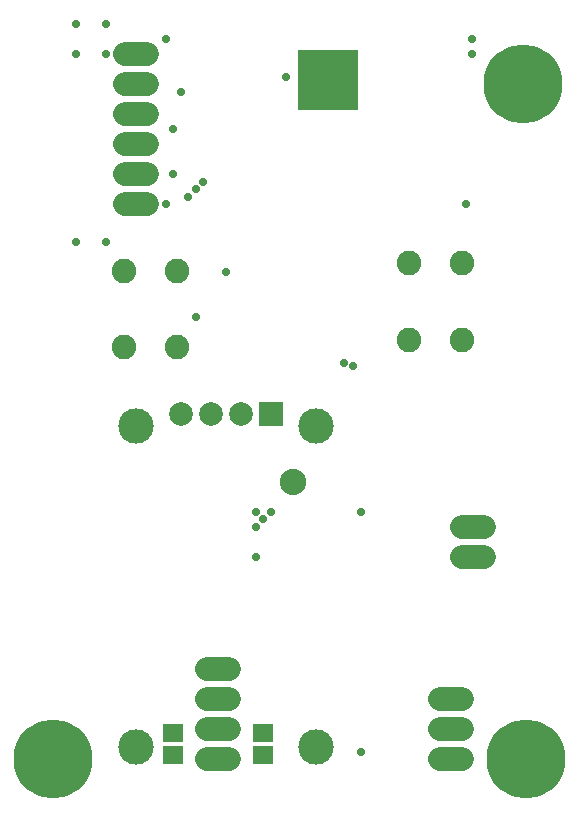
<source format=gbr>
G04 EAGLE Gerber RS-274X export*
G75*
%MOMM*%
%FSLAX34Y34*%
%LPD*%
%INSoldermask Bottom*%
%IPPOS*%
%AMOC8*
5,1,8,0,0,1.08239X$1,22.5*%
G01*
%ADD10C,2.235200*%
%ADD11R,1.703200X1.503200*%
%ADD12C,2.032000*%
%ADD13R,2.003200X2.003200*%
%ADD14C,2.003200*%
%ADD15C,3.003200*%
%ADD16R,5.203200X5.203200*%
%ADD17C,2.082800*%
%ADD18C,6.683200*%
%ADD19P,0.763734X8X22.500000*%
%ADD20C,0.705600*%


D10*
X246380Y278130D03*
D11*
X144780Y46380D03*
X144780Y65380D03*
X220980Y46380D03*
X220980Y65380D03*
D12*
X389636Y240030D02*
X407924Y240030D01*
X407924Y214630D02*
X389636Y214630D01*
X122174Y513080D02*
X103886Y513080D01*
X103886Y538480D02*
X122174Y538480D01*
X122174Y563880D02*
X103886Y563880D01*
X103886Y589280D02*
X122174Y589280D01*
X122174Y614680D02*
X103886Y614680D01*
X103886Y640080D02*
X122174Y640080D01*
X370586Y93980D02*
X388874Y93980D01*
X388874Y68580D02*
X370586Y68580D01*
X370586Y43180D02*
X388874Y43180D01*
X192024Y43180D02*
X173736Y43180D01*
X173736Y68580D02*
X192024Y68580D01*
X192024Y93980D02*
X173736Y93980D01*
X173736Y119380D02*
X192024Y119380D01*
D13*
X227330Y335280D03*
D14*
X201930Y335280D03*
X176530Y335280D03*
X151130Y335280D03*
D15*
X265430Y325120D03*
X113030Y325120D03*
X113030Y53340D03*
X265430Y53340D03*
D16*
X275580Y618080D03*
D17*
X148336Y456692D03*
X148336Y391668D03*
X103124Y456692D03*
X103124Y391668D03*
X389636Y463042D03*
X389636Y398018D03*
X344424Y463042D03*
X344424Y398018D03*
D18*
X43180Y43180D03*
X443230Y43180D03*
X440690Y614680D03*
D19*
X303530Y252730D03*
X227330Y252730D03*
X303530Y49530D03*
X240030Y621030D03*
X87630Y481330D03*
X87630Y640080D03*
X87630Y665480D03*
X62230Y665480D03*
X62230Y640080D03*
X62230Y481330D03*
X220980Y246380D03*
X289560Y378460D03*
X297180Y375920D03*
X170180Y532130D03*
X214630Y214630D03*
X214630Y252730D03*
X214630Y240030D03*
X189230Y455930D03*
X163830Y525780D03*
X163830Y417830D03*
X157480Y519430D03*
X144780Y538480D03*
X392430Y513080D03*
D20*
X144780Y576580D03*
X397510Y652780D03*
X151130Y608330D03*
X397510Y640080D03*
D19*
X138430Y513080D03*
X138430Y652780D03*
X259080Y640080D03*
X284480Y640080D03*
X297180Y640080D03*
X265430Y633730D03*
X278130Y633730D03*
X290830Y633730D03*
X259080Y627380D03*
X271780Y627380D03*
X284480Y627380D03*
X297180Y627380D03*
X290830Y621030D03*
X284480Y614680D03*
X265430Y608330D03*
X278130Y608330D03*
X290830Y608330D03*
X297180Y601980D03*
X284480Y601980D03*
X271780Y601980D03*
X259080Y601980D03*
M02*

</source>
